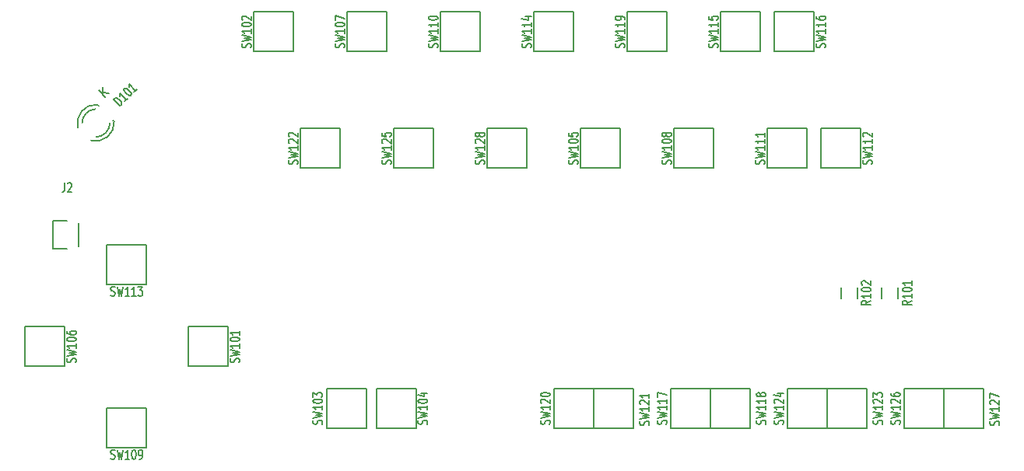
<source format=gto>
G04 #@! TF.FileFunction,Legend,Top*
%FSLAX46Y46*%
G04 Gerber Fmt 4.6, Leading zero omitted, Abs format (unit mm)*
G04 Created by KiCad (PCBNEW 4.0.1-stable) date 3/24/2016 2:28:27 AM*
%MOMM*%
G01*
G04 APERTURE LIST*
%ADD10C,0.100000*%
%ADD11C,0.150000*%
G04 APERTURE END LIST*
D10*
D11*
X191530000Y-99025000D02*
X191530000Y-97825000D01*
X193280000Y-97825000D02*
X193280000Y-99025000D01*
X110590576Y-77924147D02*
X110731997Y-78065569D01*
X112424811Y-79758382D02*
X112297532Y-79631103D01*
X109922995Y-81821287D02*
G75*
G03X112429054Y-79762625I512017J1931383D01*
G01*
X110492332Y-81434984D02*
G75*
G03X111980041Y-79948594I-57320J1545080D01*
G01*
X110562640Y-77914286D02*
G75*
G03X108518753Y-80448519I-134699J-1982689D01*
G01*
X110388792Y-78409831D02*
G75*
G03X108954331Y-79871520I46220J-1480073D01*
G01*
X195975000Y-99025000D02*
X195975000Y-97825000D01*
X197725000Y-97825000D02*
X197725000Y-99025000D01*
X127635000Y-67818000D02*
X129794000Y-67818000D01*
X127635000Y-72136000D02*
X127635000Y-67818000D01*
X131953000Y-72136000D02*
X127635000Y-72136000D01*
X131953000Y-67818000D02*
X131953000Y-72136000D01*
X129794000Y-67818000D02*
X131953000Y-67818000D01*
X139890500Y-113157000D02*
X137731500Y-113157000D01*
X139890500Y-108839000D02*
X139890500Y-113157000D01*
X135572500Y-108839000D02*
X139890500Y-108839000D01*
X135572500Y-113157000D02*
X135572500Y-108839000D01*
X137731500Y-113157000D02*
X135572500Y-113157000D01*
X145351500Y-113157000D02*
X143192500Y-113157000D01*
X145351500Y-108839000D02*
X145351500Y-113157000D01*
X141033500Y-108839000D02*
X145351500Y-108839000D01*
X141033500Y-113157000D02*
X141033500Y-108839000D01*
X143192500Y-113157000D02*
X141033500Y-113157000D01*
X163195000Y-80518000D02*
X165354000Y-80518000D01*
X163195000Y-84836000D02*
X163195000Y-80518000D01*
X167513000Y-84836000D02*
X163195000Y-84836000D01*
X167513000Y-80518000D02*
X167513000Y-84836000D01*
X165354000Y-80518000D02*
X167513000Y-80518000D01*
X137795000Y-67818000D02*
X139954000Y-67818000D01*
X137795000Y-72136000D02*
X137795000Y-67818000D01*
X142113000Y-72136000D02*
X137795000Y-72136000D01*
X142113000Y-67818000D02*
X142113000Y-72136000D01*
X139954000Y-67818000D02*
X142113000Y-67818000D01*
X173355000Y-80518000D02*
X175514000Y-80518000D01*
X173355000Y-84836000D02*
X173355000Y-80518000D01*
X177673000Y-84836000D02*
X173355000Y-84836000D01*
X177673000Y-80518000D02*
X177673000Y-84836000D01*
X175514000Y-80518000D02*
X177673000Y-80518000D01*
X147955000Y-67818000D02*
X150114000Y-67818000D01*
X147955000Y-72136000D02*
X147955000Y-67818000D01*
X152273000Y-72136000D02*
X147955000Y-72136000D01*
X152273000Y-67818000D02*
X152273000Y-72136000D01*
X150114000Y-67818000D02*
X152273000Y-67818000D01*
X183515000Y-80518000D02*
X185674000Y-80518000D01*
X183515000Y-84836000D02*
X183515000Y-80518000D01*
X187833000Y-84836000D02*
X183515000Y-84836000D01*
X187833000Y-80518000D02*
X187833000Y-84836000D01*
X185674000Y-80518000D02*
X187833000Y-80518000D01*
X189357000Y-80518000D02*
X191516000Y-80518000D01*
X189357000Y-84836000D02*
X189357000Y-80518000D01*
X193675000Y-84836000D02*
X189357000Y-84836000D01*
X193675000Y-80518000D02*
X193675000Y-84836000D01*
X191516000Y-80518000D02*
X193675000Y-80518000D01*
X158115000Y-67818000D02*
X160274000Y-67818000D01*
X158115000Y-72136000D02*
X158115000Y-67818000D01*
X162433000Y-72136000D02*
X158115000Y-72136000D01*
X162433000Y-67818000D02*
X162433000Y-72136000D01*
X160274000Y-67818000D02*
X162433000Y-67818000D01*
X178435000Y-67818000D02*
X180594000Y-67818000D01*
X178435000Y-72136000D02*
X178435000Y-67818000D01*
X182753000Y-72136000D02*
X178435000Y-72136000D01*
X182753000Y-67818000D02*
X182753000Y-72136000D01*
X180594000Y-67818000D02*
X182753000Y-67818000D01*
X184277000Y-67818000D02*
X186436000Y-67818000D01*
X184277000Y-72136000D02*
X184277000Y-67818000D01*
X188595000Y-72136000D02*
X184277000Y-72136000D01*
X188595000Y-67818000D02*
X188595000Y-72136000D01*
X186436000Y-67818000D02*
X188595000Y-67818000D01*
X177292000Y-113157000D02*
X175133000Y-113157000D01*
X177292000Y-108839000D02*
X177292000Y-113157000D01*
X172974000Y-108839000D02*
X177292000Y-108839000D01*
X172974000Y-113157000D02*
X172974000Y-108839000D01*
X175133000Y-113157000D02*
X172974000Y-113157000D01*
X181610000Y-113157000D02*
X179451000Y-113157000D01*
X181610000Y-108839000D02*
X181610000Y-113157000D01*
X177292000Y-108839000D02*
X181610000Y-108839000D01*
X177292000Y-113157000D02*
X177292000Y-108839000D01*
X179451000Y-113157000D02*
X177292000Y-113157000D01*
X168275000Y-67818000D02*
X170434000Y-67818000D01*
X168275000Y-72136000D02*
X168275000Y-67818000D01*
X172593000Y-72136000D02*
X168275000Y-72136000D01*
X172593000Y-67818000D02*
X172593000Y-72136000D01*
X170434000Y-67818000D02*
X172593000Y-67818000D01*
X164592000Y-113157000D02*
X162433000Y-113157000D01*
X164592000Y-108839000D02*
X164592000Y-113157000D01*
X160274000Y-108839000D02*
X164592000Y-108839000D01*
X160274000Y-113157000D02*
X160274000Y-108839000D01*
X162433000Y-113157000D02*
X160274000Y-113157000D01*
X168910000Y-113157000D02*
X166751000Y-113157000D01*
X168910000Y-108839000D02*
X168910000Y-113157000D01*
X164592000Y-108839000D02*
X168910000Y-108839000D01*
X164592000Y-113157000D02*
X164592000Y-108839000D01*
X166751000Y-113157000D02*
X164592000Y-113157000D01*
X132715000Y-80518000D02*
X134874000Y-80518000D01*
X132715000Y-84836000D02*
X132715000Y-80518000D01*
X137033000Y-84836000D02*
X132715000Y-84836000D01*
X137033000Y-80518000D02*
X137033000Y-84836000D01*
X134874000Y-80518000D02*
X137033000Y-80518000D01*
X189992000Y-113157000D02*
X187833000Y-113157000D01*
X189992000Y-108839000D02*
X189992000Y-113157000D01*
X185674000Y-108839000D02*
X189992000Y-108839000D01*
X185674000Y-113157000D02*
X185674000Y-108839000D01*
X187833000Y-113157000D02*
X185674000Y-113157000D01*
X194310000Y-113157000D02*
X192151000Y-113157000D01*
X194310000Y-108839000D02*
X194310000Y-113157000D01*
X189992000Y-108839000D02*
X194310000Y-108839000D01*
X189992000Y-113157000D02*
X189992000Y-108839000D01*
X192151000Y-113157000D02*
X189992000Y-113157000D01*
X142875000Y-80518000D02*
X145034000Y-80518000D01*
X142875000Y-84836000D02*
X142875000Y-80518000D01*
X147193000Y-84836000D02*
X142875000Y-84836000D01*
X147193000Y-80518000D02*
X147193000Y-84836000D01*
X145034000Y-80518000D02*
X147193000Y-80518000D01*
X202692000Y-113157000D02*
X200533000Y-113157000D01*
X202692000Y-108839000D02*
X202692000Y-113157000D01*
X198374000Y-108839000D02*
X202692000Y-108839000D01*
X198374000Y-113157000D02*
X198374000Y-108839000D01*
X200533000Y-113157000D02*
X198374000Y-113157000D01*
X207010000Y-113157000D02*
X204851000Y-113157000D01*
X207010000Y-108839000D02*
X207010000Y-113157000D01*
X202692000Y-108839000D02*
X207010000Y-108839000D01*
X202692000Y-113157000D02*
X202692000Y-108839000D01*
X204851000Y-113157000D02*
X202692000Y-113157000D01*
X153035000Y-80518000D02*
X155194000Y-80518000D01*
X153035000Y-84836000D02*
X153035000Y-80518000D01*
X157353000Y-84836000D02*
X153035000Y-84836000D01*
X157353000Y-80518000D02*
X157353000Y-84836000D01*
X155194000Y-80518000D02*
X157353000Y-80518000D01*
X111633000Y-97536000D02*
X111633000Y-95377000D01*
X115951000Y-97536000D02*
X111633000Y-97536000D01*
X115951000Y-93218000D02*
X115951000Y-97536000D01*
X111633000Y-93218000D02*
X115951000Y-93218000D01*
X111633000Y-95377000D02*
X111633000Y-93218000D01*
X111633000Y-115316000D02*
X111633000Y-113157000D01*
X115951000Y-115316000D02*
X111633000Y-115316000D01*
X115951000Y-110998000D02*
X115951000Y-115316000D01*
X111633000Y-110998000D02*
X115951000Y-110998000D01*
X111633000Y-113157000D02*
X111633000Y-110998000D01*
X107061000Y-106426000D02*
X104902000Y-106426000D01*
X107061000Y-102108000D02*
X107061000Y-106426000D01*
X102743000Y-102108000D02*
X107061000Y-102108000D01*
X102743000Y-106426000D02*
X102743000Y-102108000D01*
X104902000Y-106426000D02*
X102743000Y-106426000D01*
X124841000Y-106426000D02*
X122682000Y-106426000D01*
X124841000Y-102108000D02*
X124841000Y-106426000D01*
X120523000Y-102108000D02*
X124841000Y-102108000D01*
X120523000Y-106426000D02*
X120523000Y-102108000D01*
X122682000Y-106426000D02*
X120523000Y-106426000D01*
X108585000Y-93345000D02*
X108585000Y-90805000D01*
X105765000Y-90525000D02*
X107315000Y-90525000D01*
X105765000Y-90525000D02*
X105765000Y-93625000D01*
X105765000Y-93625000D02*
X107315000Y-93625000D01*
X194762381Y-99264286D02*
X194286190Y-99514286D01*
X194762381Y-99692858D02*
X193762381Y-99692858D01*
X193762381Y-99407143D01*
X193810000Y-99335715D01*
X193857619Y-99300000D01*
X193952857Y-99264286D01*
X194095714Y-99264286D01*
X194190952Y-99300000D01*
X194238571Y-99335715D01*
X194286190Y-99407143D01*
X194286190Y-99692858D01*
X194762381Y-98550000D02*
X194762381Y-98978572D01*
X194762381Y-98764286D02*
X193762381Y-98764286D01*
X193905238Y-98835715D01*
X194000476Y-98907143D01*
X194048095Y-98978572D01*
X193762381Y-98085714D02*
X193762381Y-98014286D01*
X193810000Y-97942857D01*
X193857619Y-97907143D01*
X193952857Y-97871429D01*
X194143333Y-97835714D01*
X194381429Y-97835714D01*
X194571905Y-97871429D01*
X194667143Y-97907143D01*
X194714762Y-97942857D01*
X194762381Y-98014286D01*
X194762381Y-98085714D01*
X194714762Y-98157143D01*
X194667143Y-98192857D01*
X194571905Y-98228572D01*
X194381429Y-98264286D01*
X194143333Y-98264286D01*
X193952857Y-98228572D01*
X193857619Y-98192857D01*
X193810000Y-98157143D01*
X193762381Y-98085714D01*
X193857619Y-97550000D02*
X193810000Y-97514286D01*
X193762381Y-97442857D01*
X193762381Y-97264286D01*
X193810000Y-97192857D01*
X193857619Y-97157143D01*
X193952857Y-97121428D01*
X194048095Y-97121428D01*
X194190952Y-97157143D01*
X194762381Y-97585714D01*
X194762381Y-97121428D01*
X113088372Y-78051393D02*
X112381265Y-77344286D01*
X112507534Y-77218016D01*
X112616968Y-77175927D01*
X112734818Y-77192763D01*
X112827416Y-77234852D01*
X112987357Y-77344285D01*
X113088372Y-77445301D01*
X113197806Y-77605242D01*
X113239895Y-77697839D01*
X113256731Y-77815690D01*
X113214641Y-77925123D01*
X113088372Y-78051393D01*
X113896494Y-77243270D02*
X113593448Y-77546316D01*
X113744971Y-77394793D02*
X113037864Y-76687686D01*
X113088372Y-76839209D01*
X113105208Y-76957060D01*
X113088372Y-77041240D01*
X113517687Y-76207863D02*
X113568195Y-76157356D01*
X113652374Y-76140520D01*
X113711300Y-76148938D01*
X113803897Y-76191028D01*
X113963838Y-76300461D01*
X114132197Y-76468820D01*
X114241630Y-76628761D01*
X114283719Y-76721358D01*
X114292138Y-76780283D01*
X114275301Y-76864463D01*
X114224794Y-76914970D01*
X114140614Y-76931806D01*
X114081689Y-76923388D01*
X113989091Y-76881299D01*
X113829151Y-76771866D01*
X113660792Y-76603507D01*
X113551358Y-76443566D01*
X113509269Y-76350968D01*
X113500851Y-76292043D01*
X113517687Y-76207863D01*
X114906647Y-76233117D02*
X114603601Y-76536163D01*
X114755124Y-76384640D02*
X114048017Y-75677533D01*
X114098525Y-75829056D01*
X114115361Y-75946907D01*
X114098525Y-76031087D01*
X111478332Y-77073700D02*
X110771225Y-76366594D01*
X111882393Y-76669639D02*
X111175286Y-76568624D01*
X111175286Y-75962532D02*
X111175286Y-76770655D01*
X199207381Y-99264286D02*
X198731190Y-99514286D01*
X199207381Y-99692858D02*
X198207381Y-99692858D01*
X198207381Y-99407143D01*
X198255000Y-99335715D01*
X198302619Y-99300000D01*
X198397857Y-99264286D01*
X198540714Y-99264286D01*
X198635952Y-99300000D01*
X198683571Y-99335715D01*
X198731190Y-99407143D01*
X198731190Y-99692858D01*
X199207381Y-98550000D02*
X199207381Y-98978572D01*
X199207381Y-98764286D02*
X198207381Y-98764286D01*
X198350238Y-98835715D01*
X198445476Y-98907143D01*
X198493095Y-98978572D01*
X198207381Y-98085714D02*
X198207381Y-98014286D01*
X198255000Y-97942857D01*
X198302619Y-97907143D01*
X198397857Y-97871429D01*
X198588333Y-97835714D01*
X198826429Y-97835714D01*
X199016905Y-97871429D01*
X199112143Y-97907143D01*
X199159762Y-97942857D01*
X199207381Y-98014286D01*
X199207381Y-98085714D01*
X199159762Y-98157143D01*
X199112143Y-98192857D01*
X199016905Y-98228572D01*
X198826429Y-98264286D01*
X198588333Y-98264286D01*
X198397857Y-98228572D01*
X198302619Y-98192857D01*
X198255000Y-98157143D01*
X198207381Y-98085714D01*
X199207381Y-97121428D02*
X199207381Y-97550000D01*
X199207381Y-97335714D02*
X198207381Y-97335714D01*
X198350238Y-97407143D01*
X198445476Y-97478571D01*
X198493095Y-97550000D01*
X127277762Y-71691286D02*
X127325381Y-71584143D01*
X127325381Y-71405572D01*
X127277762Y-71334143D01*
X127230143Y-71298429D01*
X127134905Y-71262714D01*
X127039667Y-71262714D01*
X126944429Y-71298429D01*
X126896810Y-71334143D01*
X126849190Y-71405572D01*
X126801571Y-71548429D01*
X126753952Y-71619857D01*
X126706333Y-71655572D01*
X126611095Y-71691286D01*
X126515857Y-71691286D01*
X126420619Y-71655572D01*
X126373000Y-71619857D01*
X126325381Y-71548429D01*
X126325381Y-71369857D01*
X126373000Y-71262714D01*
X126325381Y-71012714D02*
X127325381Y-70834143D01*
X126611095Y-70691286D01*
X127325381Y-70548428D01*
X126325381Y-70369857D01*
X127325381Y-69691285D02*
X127325381Y-70119857D01*
X127325381Y-69905571D02*
X126325381Y-69905571D01*
X126468238Y-69977000D01*
X126563476Y-70048428D01*
X126611095Y-70119857D01*
X126325381Y-69226999D02*
X126325381Y-69155571D01*
X126373000Y-69084142D01*
X126420619Y-69048428D01*
X126515857Y-69012714D01*
X126706333Y-68976999D01*
X126944429Y-68976999D01*
X127134905Y-69012714D01*
X127230143Y-69048428D01*
X127277762Y-69084142D01*
X127325381Y-69155571D01*
X127325381Y-69226999D01*
X127277762Y-69298428D01*
X127230143Y-69334142D01*
X127134905Y-69369857D01*
X126944429Y-69405571D01*
X126706333Y-69405571D01*
X126515857Y-69369857D01*
X126420619Y-69334142D01*
X126373000Y-69298428D01*
X126325381Y-69226999D01*
X126420619Y-68691285D02*
X126373000Y-68655571D01*
X126325381Y-68584142D01*
X126325381Y-68405571D01*
X126373000Y-68334142D01*
X126420619Y-68298428D01*
X126515857Y-68262713D01*
X126611095Y-68262713D01*
X126753952Y-68298428D01*
X127325381Y-68726999D01*
X127325381Y-68262713D01*
X135024762Y-112712286D02*
X135072381Y-112605143D01*
X135072381Y-112426572D01*
X135024762Y-112355143D01*
X134977143Y-112319429D01*
X134881905Y-112283714D01*
X134786667Y-112283714D01*
X134691429Y-112319429D01*
X134643810Y-112355143D01*
X134596190Y-112426572D01*
X134548571Y-112569429D01*
X134500952Y-112640857D01*
X134453333Y-112676572D01*
X134358095Y-112712286D01*
X134262857Y-112712286D01*
X134167619Y-112676572D01*
X134120000Y-112640857D01*
X134072381Y-112569429D01*
X134072381Y-112390857D01*
X134120000Y-112283714D01*
X134072381Y-112033714D02*
X135072381Y-111855143D01*
X134358095Y-111712286D01*
X135072381Y-111569428D01*
X134072381Y-111390857D01*
X135072381Y-110712285D02*
X135072381Y-111140857D01*
X135072381Y-110926571D02*
X134072381Y-110926571D01*
X134215238Y-110998000D01*
X134310476Y-111069428D01*
X134358095Y-111140857D01*
X134072381Y-110247999D02*
X134072381Y-110176571D01*
X134120000Y-110105142D01*
X134167619Y-110069428D01*
X134262857Y-110033714D01*
X134453333Y-109997999D01*
X134691429Y-109997999D01*
X134881905Y-110033714D01*
X134977143Y-110069428D01*
X135024762Y-110105142D01*
X135072381Y-110176571D01*
X135072381Y-110247999D01*
X135024762Y-110319428D01*
X134977143Y-110355142D01*
X134881905Y-110390857D01*
X134691429Y-110426571D01*
X134453333Y-110426571D01*
X134262857Y-110390857D01*
X134167619Y-110355142D01*
X134120000Y-110319428D01*
X134072381Y-110247999D01*
X134072381Y-109747999D02*
X134072381Y-109283713D01*
X134453333Y-109533713D01*
X134453333Y-109426571D01*
X134500952Y-109355142D01*
X134548571Y-109319428D01*
X134643810Y-109283713D01*
X134881905Y-109283713D01*
X134977143Y-109319428D01*
X135024762Y-109355142D01*
X135072381Y-109426571D01*
X135072381Y-109640856D01*
X135024762Y-109712285D01*
X134977143Y-109747999D01*
X146454762Y-112712286D02*
X146502381Y-112605143D01*
X146502381Y-112426572D01*
X146454762Y-112355143D01*
X146407143Y-112319429D01*
X146311905Y-112283714D01*
X146216667Y-112283714D01*
X146121429Y-112319429D01*
X146073810Y-112355143D01*
X146026190Y-112426572D01*
X145978571Y-112569429D01*
X145930952Y-112640857D01*
X145883333Y-112676572D01*
X145788095Y-112712286D01*
X145692857Y-112712286D01*
X145597619Y-112676572D01*
X145550000Y-112640857D01*
X145502381Y-112569429D01*
X145502381Y-112390857D01*
X145550000Y-112283714D01*
X145502381Y-112033714D02*
X146502381Y-111855143D01*
X145788095Y-111712286D01*
X146502381Y-111569428D01*
X145502381Y-111390857D01*
X146502381Y-110712285D02*
X146502381Y-111140857D01*
X146502381Y-110926571D02*
X145502381Y-110926571D01*
X145645238Y-110998000D01*
X145740476Y-111069428D01*
X145788095Y-111140857D01*
X145502381Y-110247999D02*
X145502381Y-110176571D01*
X145550000Y-110105142D01*
X145597619Y-110069428D01*
X145692857Y-110033714D01*
X145883333Y-109997999D01*
X146121429Y-109997999D01*
X146311905Y-110033714D01*
X146407143Y-110069428D01*
X146454762Y-110105142D01*
X146502381Y-110176571D01*
X146502381Y-110247999D01*
X146454762Y-110319428D01*
X146407143Y-110355142D01*
X146311905Y-110390857D01*
X146121429Y-110426571D01*
X145883333Y-110426571D01*
X145692857Y-110390857D01*
X145597619Y-110355142D01*
X145550000Y-110319428D01*
X145502381Y-110247999D01*
X145835714Y-109355142D02*
X146502381Y-109355142D01*
X145454762Y-109533713D02*
X146169048Y-109712285D01*
X146169048Y-109247999D01*
X162837762Y-84391286D02*
X162885381Y-84284143D01*
X162885381Y-84105572D01*
X162837762Y-84034143D01*
X162790143Y-83998429D01*
X162694905Y-83962714D01*
X162599667Y-83962714D01*
X162504429Y-83998429D01*
X162456810Y-84034143D01*
X162409190Y-84105572D01*
X162361571Y-84248429D01*
X162313952Y-84319857D01*
X162266333Y-84355572D01*
X162171095Y-84391286D01*
X162075857Y-84391286D01*
X161980619Y-84355572D01*
X161933000Y-84319857D01*
X161885381Y-84248429D01*
X161885381Y-84069857D01*
X161933000Y-83962714D01*
X161885381Y-83712714D02*
X162885381Y-83534143D01*
X162171095Y-83391286D01*
X162885381Y-83248428D01*
X161885381Y-83069857D01*
X162885381Y-82391285D02*
X162885381Y-82819857D01*
X162885381Y-82605571D02*
X161885381Y-82605571D01*
X162028238Y-82677000D01*
X162123476Y-82748428D01*
X162171095Y-82819857D01*
X161885381Y-81926999D02*
X161885381Y-81855571D01*
X161933000Y-81784142D01*
X161980619Y-81748428D01*
X162075857Y-81712714D01*
X162266333Y-81676999D01*
X162504429Y-81676999D01*
X162694905Y-81712714D01*
X162790143Y-81748428D01*
X162837762Y-81784142D01*
X162885381Y-81855571D01*
X162885381Y-81926999D01*
X162837762Y-81998428D01*
X162790143Y-82034142D01*
X162694905Y-82069857D01*
X162504429Y-82105571D01*
X162266333Y-82105571D01*
X162075857Y-82069857D01*
X161980619Y-82034142D01*
X161933000Y-81998428D01*
X161885381Y-81926999D01*
X161885381Y-80998428D02*
X161885381Y-81355571D01*
X162361571Y-81391285D01*
X162313952Y-81355571D01*
X162266333Y-81284142D01*
X162266333Y-81105571D01*
X162313952Y-81034142D01*
X162361571Y-80998428D01*
X162456810Y-80962713D01*
X162694905Y-80962713D01*
X162790143Y-80998428D01*
X162837762Y-81034142D01*
X162885381Y-81105571D01*
X162885381Y-81284142D01*
X162837762Y-81355571D01*
X162790143Y-81391285D01*
X137437762Y-71691286D02*
X137485381Y-71584143D01*
X137485381Y-71405572D01*
X137437762Y-71334143D01*
X137390143Y-71298429D01*
X137294905Y-71262714D01*
X137199667Y-71262714D01*
X137104429Y-71298429D01*
X137056810Y-71334143D01*
X137009190Y-71405572D01*
X136961571Y-71548429D01*
X136913952Y-71619857D01*
X136866333Y-71655572D01*
X136771095Y-71691286D01*
X136675857Y-71691286D01*
X136580619Y-71655572D01*
X136533000Y-71619857D01*
X136485381Y-71548429D01*
X136485381Y-71369857D01*
X136533000Y-71262714D01*
X136485381Y-71012714D02*
X137485381Y-70834143D01*
X136771095Y-70691286D01*
X137485381Y-70548428D01*
X136485381Y-70369857D01*
X137485381Y-69691285D02*
X137485381Y-70119857D01*
X137485381Y-69905571D02*
X136485381Y-69905571D01*
X136628238Y-69977000D01*
X136723476Y-70048428D01*
X136771095Y-70119857D01*
X136485381Y-69226999D02*
X136485381Y-69155571D01*
X136533000Y-69084142D01*
X136580619Y-69048428D01*
X136675857Y-69012714D01*
X136866333Y-68976999D01*
X137104429Y-68976999D01*
X137294905Y-69012714D01*
X137390143Y-69048428D01*
X137437762Y-69084142D01*
X137485381Y-69155571D01*
X137485381Y-69226999D01*
X137437762Y-69298428D01*
X137390143Y-69334142D01*
X137294905Y-69369857D01*
X137104429Y-69405571D01*
X136866333Y-69405571D01*
X136675857Y-69369857D01*
X136580619Y-69334142D01*
X136533000Y-69298428D01*
X136485381Y-69226999D01*
X136485381Y-68726999D02*
X136485381Y-68226999D01*
X137485381Y-68548428D01*
X172997762Y-84391286D02*
X173045381Y-84284143D01*
X173045381Y-84105572D01*
X172997762Y-84034143D01*
X172950143Y-83998429D01*
X172854905Y-83962714D01*
X172759667Y-83962714D01*
X172664429Y-83998429D01*
X172616810Y-84034143D01*
X172569190Y-84105572D01*
X172521571Y-84248429D01*
X172473952Y-84319857D01*
X172426333Y-84355572D01*
X172331095Y-84391286D01*
X172235857Y-84391286D01*
X172140619Y-84355572D01*
X172093000Y-84319857D01*
X172045381Y-84248429D01*
X172045381Y-84069857D01*
X172093000Y-83962714D01*
X172045381Y-83712714D02*
X173045381Y-83534143D01*
X172331095Y-83391286D01*
X173045381Y-83248428D01*
X172045381Y-83069857D01*
X173045381Y-82391285D02*
X173045381Y-82819857D01*
X173045381Y-82605571D02*
X172045381Y-82605571D01*
X172188238Y-82677000D01*
X172283476Y-82748428D01*
X172331095Y-82819857D01*
X172045381Y-81926999D02*
X172045381Y-81855571D01*
X172093000Y-81784142D01*
X172140619Y-81748428D01*
X172235857Y-81712714D01*
X172426333Y-81676999D01*
X172664429Y-81676999D01*
X172854905Y-81712714D01*
X172950143Y-81748428D01*
X172997762Y-81784142D01*
X173045381Y-81855571D01*
X173045381Y-81926999D01*
X172997762Y-81998428D01*
X172950143Y-82034142D01*
X172854905Y-82069857D01*
X172664429Y-82105571D01*
X172426333Y-82105571D01*
X172235857Y-82069857D01*
X172140619Y-82034142D01*
X172093000Y-81998428D01*
X172045381Y-81926999D01*
X172473952Y-81248428D02*
X172426333Y-81319856D01*
X172378714Y-81355571D01*
X172283476Y-81391285D01*
X172235857Y-81391285D01*
X172140619Y-81355571D01*
X172093000Y-81319856D01*
X172045381Y-81248428D01*
X172045381Y-81105571D01*
X172093000Y-81034142D01*
X172140619Y-80998428D01*
X172235857Y-80962713D01*
X172283476Y-80962713D01*
X172378714Y-80998428D01*
X172426333Y-81034142D01*
X172473952Y-81105571D01*
X172473952Y-81248428D01*
X172521571Y-81319856D01*
X172569190Y-81355571D01*
X172664429Y-81391285D01*
X172854905Y-81391285D01*
X172950143Y-81355571D01*
X172997762Y-81319856D01*
X173045381Y-81248428D01*
X173045381Y-81105571D01*
X172997762Y-81034142D01*
X172950143Y-80998428D01*
X172854905Y-80962713D01*
X172664429Y-80962713D01*
X172569190Y-80998428D01*
X172521571Y-81034142D01*
X172473952Y-81105571D01*
X147597762Y-71691286D02*
X147645381Y-71584143D01*
X147645381Y-71405572D01*
X147597762Y-71334143D01*
X147550143Y-71298429D01*
X147454905Y-71262714D01*
X147359667Y-71262714D01*
X147264429Y-71298429D01*
X147216810Y-71334143D01*
X147169190Y-71405572D01*
X147121571Y-71548429D01*
X147073952Y-71619857D01*
X147026333Y-71655572D01*
X146931095Y-71691286D01*
X146835857Y-71691286D01*
X146740619Y-71655572D01*
X146693000Y-71619857D01*
X146645381Y-71548429D01*
X146645381Y-71369857D01*
X146693000Y-71262714D01*
X146645381Y-71012714D02*
X147645381Y-70834143D01*
X146931095Y-70691286D01*
X147645381Y-70548428D01*
X146645381Y-70369857D01*
X147645381Y-69691285D02*
X147645381Y-70119857D01*
X147645381Y-69905571D02*
X146645381Y-69905571D01*
X146788238Y-69977000D01*
X146883476Y-70048428D01*
X146931095Y-70119857D01*
X147645381Y-68976999D02*
X147645381Y-69405571D01*
X147645381Y-69191285D02*
X146645381Y-69191285D01*
X146788238Y-69262714D01*
X146883476Y-69334142D01*
X146931095Y-69405571D01*
X146645381Y-68512713D02*
X146645381Y-68441285D01*
X146693000Y-68369856D01*
X146740619Y-68334142D01*
X146835857Y-68298428D01*
X147026333Y-68262713D01*
X147264429Y-68262713D01*
X147454905Y-68298428D01*
X147550143Y-68334142D01*
X147597762Y-68369856D01*
X147645381Y-68441285D01*
X147645381Y-68512713D01*
X147597762Y-68584142D01*
X147550143Y-68619856D01*
X147454905Y-68655571D01*
X147264429Y-68691285D01*
X147026333Y-68691285D01*
X146835857Y-68655571D01*
X146740619Y-68619856D01*
X146693000Y-68584142D01*
X146645381Y-68512713D01*
X183157762Y-84391286D02*
X183205381Y-84284143D01*
X183205381Y-84105572D01*
X183157762Y-84034143D01*
X183110143Y-83998429D01*
X183014905Y-83962714D01*
X182919667Y-83962714D01*
X182824429Y-83998429D01*
X182776810Y-84034143D01*
X182729190Y-84105572D01*
X182681571Y-84248429D01*
X182633952Y-84319857D01*
X182586333Y-84355572D01*
X182491095Y-84391286D01*
X182395857Y-84391286D01*
X182300619Y-84355572D01*
X182253000Y-84319857D01*
X182205381Y-84248429D01*
X182205381Y-84069857D01*
X182253000Y-83962714D01*
X182205381Y-83712714D02*
X183205381Y-83534143D01*
X182491095Y-83391286D01*
X183205381Y-83248428D01*
X182205381Y-83069857D01*
X183205381Y-82391285D02*
X183205381Y-82819857D01*
X183205381Y-82605571D02*
X182205381Y-82605571D01*
X182348238Y-82677000D01*
X182443476Y-82748428D01*
X182491095Y-82819857D01*
X183205381Y-81676999D02*
X183205381Y-82105571D01*
X183205381Y-81891285D02*
X182205381Y-81891285D01*
X182348238Y-81962714D01*
X182443476Y-82034142D01*
X182491095Y-82105571D01*
X183205381Y-80962713D02*
X183205381Y-81391285D01*
X183205381Y-81176999D02*
X182205381Y-81176999D01*
X182348238Y-81248428D01*
X182443476Y-81319856D01*
X182491095Y-81391285D01*
X194841762Y-84391286D02*
X194889381Y-84284143D01*
X194889381Y-84105572D01*
X194841762Y-84034143D01*
X194794143Y-83998429D01*
X194698905Y-83962714D01*
X194603667Y-83962714D01*
X194508429Y-83998429D01*
X194460810Y-84034143D01*
X194413190Y-84105572D01*
X194365571Y-84248429D01*
X194317952Y-84319857D01*
X194270333Y-84355572D01*
X194175095Y-84391286D01*
X194079857Y-84391286D01*
X193984619Y-84355572D01*
X193937000Y-84319857D01*
X193889381Y-84248429D01*
X193889381Y-84069857D01*
X193937000Y-83962714D01*
X193889381Y-83712714D02*
X194889381Y-83534143D01*
X194175095Y-83391286D01*
X194889381Y-83248428D01*
X193889381Y-83069857D01*
X194889381Y-82391285D02*
X194889381Y-82819857D01*
X194889381Y-82605571D02*
X193889381Y-82605571D01*
X194032238Y-82677000D01*
X194127476Y-82748428D01*
X194175095Y-82819857D01*
X194889381Y-81676999D02*
X194889381Y-82105571D01*
X194889381Y-81891285D02*
X193889381Y-81891285D01*
X194032238Y-81962714D01*
X194127476Y-82034142D01*
X194175095Y-82105571D01*
X193984619Y-81391285D02*
X193937000Y-81355571D01*
X193889381Y-81284142D01*
X193889381Y-81105571D01*
X193937000Y-81034142D01*
X193984619Y-80998428D01*
X194079857Y-80962713D01*
X194175095Y-80962713D01*
X194317952Y-80998428D01*
X194889381Y-81426999D01*
X194889381Y-80962713D01*
X157757762Y-71691286D02*
X157805381Y-71584143D01*
X157805381Y-71405572D01*
X157757762Y-71334143D01*
X157710143Y-71298429D01*
X157614905Y-71262714D01*
X157519667Y-71262714D01*
X157424429Y-71298429D01*
X157376810Y-71334143D01*
X157329190Y-71405572D01*
X157281571Y-71548429D01*
X157233952Y-71619857D01*
X157186333Y-71655572D01*
X157091095Y-71691286D01*
X156995857Y-71691286D01*
X156900619Y-71655572D01*
X156853000Y-71619857D01*
X156805381Y-71548429D01*
X156805381Y-71369857D01*
X156853000Y-71262714D01*
X156805381Y-71012714D02*
X157805381Y-70834143D01*
X157091095Y-70691286D01*
X157805381Y-70548428D01*
X156805381Y-70369857D01*
X157805381Y-69691285D02*
X157805381Y-70119857D01*
X157805381Y-69905571D02*
X156805381Y-69905571D01*
X156948238Y-69977000D01*
X157043476Y-70048428D01*
X157091095Y-70119857D01*
X157805381Y-68976999D02*
X157805381Y-69405571D01*
X157805381Y-69191285D02*
X156805381Y-69191285D01*
X156948238Y-69262714D01*
X157043476Y-69334142D01*
X157091095Y-69405571D01*
X157138714Y-68334142D02*
X157805381Y-68334142D01*
X156757762Y-68512713D02*
X157472048Y-68691285D01*
X157472048Y-68226999D01*
X178077762Y-71691286D02*
X178125381Y-71584143D01*
X178125381Y-71405572D01*
X178077762Y-71334143D01*
X178030143Y-71298429D01*
X177934905Y-71262714D01*
X177839667Y-71262714D01*
X177744429Y-71298429D01*
X177696810Y-71334143D01*
X177649190Y-71405572D01*
X177601571Y-71548429D01*
X177553952Y-71619857D01*
X177506333Y-71655572D01*
X177411095Y-71691286D01*
X177315857Y-71691286D01*
X177220619Y-71655572D01*
X177173000Y-71619857D01*
X177125381Y-71548429D01*
X177125381Y-71369857D01*
X177173000Y-71262714D01*
X177125381Y-71012714D02*
X178125381Y-70834143D01*
X177411095Y-70691286D01*
X178125381Y-70548428D01*
X177125381Y-70369857D01*
X178125381Y-69691285D02*
X178125381Y-70119857D01*
X178125381Y-69905571D02*
X177125381Y-69905571D01*
X177268238Y-69977000D01*
X177363476Y-70048428D01*
X177411095Y-70119857D01*
X178125381Y-68976999D02*
X178125381Y-69405571D01*
X178125381Y-69191285D02*
X177125381Y-69191285D01*
X177268238Y-69262714D01*
X177363476Y-69334142D01*
X177411095Y-69405571D01*
X177125381Y-68298428D02*
X177125381Y-68655571D01*
X177601571Y-68691285D01*
X177553952Y-68655571D01*
X177506333Y-68584142D01*
X177506333Y-68405571D01*
X177553952Y-68334142D01*
X177601571Y-68298428D01*
X177696810Y-68262713D01*
X177934905Y-68262713D01*
X178030143Y-68298428D01*
X178077762Y-68334142D01*
X178125381Y-68405571D01*
X178125381Y-68584142D01*
X178077762Y-68655571D01*
X178030143Y-68691285D01*
X189761762Y-71691286D02*
X189809381Y-71584143D01*
X189809381Y-71405572D01*
X189761762Y-71334143D01*
X189714143Y-71298429D01*
X189618905Y-71262714D01*
X189523667Y-71262714D01*
X189428429Y-71298429D01*
X189380810Y-71334143D01*
X189333190Y-71405572D01*
X189285571Y-71548429D01*
X189237952Y-71619857D01*
X189190333Y-71655572D01*
X189095095Y-71691286D01*
X188999857Y-71691286D01*
X188904619Y-71655572D01*
X188857000Y-71619857D01*
X188809381Y-71548429D01*
X188809381Y-71369857D01*
X188857000Y-71262714D01*
X188809381Y-71012714D02*
X189809381Y-70834143D01*
X189095095Y-70691286D01*
X189809381Y-70548428D01*
X188809381Y-70369857D01*
X189809381Y-69691285D02*
X189809381Y-70119857D01*
X189809381Y-69905571D02*
X188809381Y-69905571D01*
X188952238Y-69977000D01*
X189047476Y-70048428D01*
X189095095Y-70119857D01*
X189809381Y-68976999D02*
X189809381Y-69405571D01*
X189809381Y-69191285D02*
X188809381Y-69191285D01*
X188952238Y-69262714D01*
X189047476Y-69334142D01*
X189095095Y-69405571D01*
X188809381Y-68334142D02*
X188809381Y-68476999D01*
X188857000Y-68548428D01*
X188904619Y-68584142D01*
X189047476Y-68655571D01*
X189237952Y-68691285D01*
X189618905Y-68691285D01*
X189714143Y-68655571D01*
X189761762Y-68619856D01*
X189809381Y-68548428D01*
X189809381Y-68405571D01*
X189761762Y-68334142D01*
X189714143Y-68298428D01*
X189618905Y-68262713D01*
X189380810Y-68262713D01*
X189285571Y-68298428D01*
X189237952Y-68334142D01*
X189190333Y-68405571D01*
X189190333Y-68548428D01*
X189237952Y-68619856D01*
X189285571Y-68655571D01*
X189380810Y-68691285D01*
X172489762Y-112712286D02*
X172537381Y-112605143D01*
X172537381Y-112426572D01*
X172489762Y-112355143D01*
X172442143Y-112319429D01*
X172346905Y-112283714D01*
X172251667Y-112283714D01*
X172156429Y-112319429D01*
X172108810Y-112355143D01*
X172061190Y-112426572D01*
X172013571Y-112569429D01*
X171965952Y-112640857D01*
X171918333Y-112676572D01*
X171823095Y-112712286D01*
X171727857Y-112712286D01*
X171632619Y-112676572D01*
X171585000Y-112640857D01*
X171537381Y-112569429D01*
X171537381Y-112390857D01*
X171585000Y-112283714D01*
X171537381Y-112033714D02*
X172537381Y-111855143D01*
X171823095Y-111712286D01*
X172537381Y-111569428D01*
X171537381Y-111390857D01*
X172537381Y-110712285D02*
X172537381Y-111140857D01*
X172537381Y-110926571D02*
X171537381Y-110926571D01*
X171680238Y-110998000D01*
X171775476Y-111069428D01*
X171823095Y-111140857D01*
X172537381Y-109997999D02*
X172537381Y-110426571D01*
X172537381Y-110212285D02*
X171537381Y-110212285D01*
X171680238Y-110283714D01*
X171775476Y-110355142D01*
X171823095Y-110426571D01*
X171537381Y-109747999D02*
X171537381Y-109247999D01*
X172537381Y-109569428D01*
X183284762Y-112712286D02*
X183332381Y-112605143D01*
X183332381Y-112426572D01*
X183284762Y-112355143D01*
X183237143Y-112319429D01*
X183141905Y-112283714D01*
X183046667Y-112283714D01*
X182951429Y-112319429D01*
X182903810Y-112355143D01*
X182856190Y-112426572D01*
X182808571Y-112569429D01*
X182760952Y-112640857D01*
X182713333Y-112676572D01*
X182618095Y-112712286D01*
X182522857Y-112712286D01*
X182427619Y-112676572D01*
X182380000Y-112640857D01*
X182332381Y-112569429D01*
X182332381Y-112390857D01*
X182380000Y-112283714D01*
X182332381Y-112033714D02*
X183332381Y-111855143D01*
X182618095Y-111712286D01*
X183332381Y-111569428D01*
X182332381Y-111390857D01*
X183332381Y-110712285D02*
X183332381Y-111140857D01*
X183332381Y-110926571D02*
X182332381Y-110926571D01*
X182475238Y-110998000D01*
X182570476Y-111069428D01*
X182618095Y-111140857D01*
X183332381Y-109997999D02*
X183332381Y-110426571D01*
X183332381Y-110212285D02*
X182332381Y-110212285D01*
X182475238Y-110283714D01*
X182570476Y-110355142D01*
X182618095Y-110426571D01*
X182760952Y-109569428D02*
X182713333Y-109640856D01*
X182665714Y-109676571D01*
X182570476Y-109712285D01*
X182522857Y-109712285D01*
X182427619Y-109676571D01*
X182380000Y-109640856D01*
X182332381Y-109569428D01*
X182332381Y-109426571D01*
X182380000Y-109355142D01*
X182427619Y-109319428D01*
X182522857Y-109283713D01*
X182570476Y-109283713D01*
X182665714Y-109319428D01*
X182713333Y-109355142D01*
X182760952Y-109426571D01*
X182760952Y-109569428D01*
X182808571Y-109640856D01*
X182856190Y-109676571D01*
X182951429Y-109712285D01*
X183141905Y-109712285D01*
X183237143Y-109676571D01*
X183284762Y-109640856D01*
X183332381Y-109569428D01*
X183332381Y-109426571D01*
X183284762Y-109355142D01*
X183237143Y-109319428D01*
X183141905Y-109283713D01*
X182951429Y-109283713D01*
X182856190Y-109319428D01*
X182808571Y-109355142D01*
X182760952Y-109426571D01*
X167917762Y-71691286D02*
X167965381Y-71584143D01*
X167965381Y-71405572D01*
X167917762Y-71334143D01*
X167870143Y-71298429D01*
X167774905Y-71262714D01*
X167679667Y-71262714D01*
X167584429Y-71298429D01*
X167536810Y-71334143D01*
X167489190Y-71405572D01*
X167441571Y-71548429D01*
X167393952Y-71619857D01*
X167346333Y-71655572D01*
X167251095Y-71691286D01*
X167155857Y-71691286D01*
X167060619Y-71655572D01*
X167013000Y-71619857D01*
X166965381Y-71548429D01*
X166965381Y-71369857D01*
X167013000Y-71262714D01*
X166965381Y-71012714D02*
X167965381Y-70834143D01*
X167251095Y-70691286D01*
X167965381Y-70548428D01*
X166965381Y-70369857D01*
X167965381Y-69691285D02*
X167965381Y-70119857D01*
X167965381Y-69905571D02*
X166965381Y-69905571D01*
X167108238Y-69977000D01*
X167203476Y-70048428D01*
X167251095Y-70119857D01*
X167965381Y-68976999D02*
X167965381Y-69405571D01*
X167965381Y-69191285D02*
X166965381Y-69191285D01*
X167108238Y-69262714D01*
X167203476Y-69334142D01*
X167251095Y-69405571D01*
X167965381Y-68619856D02*
X167965381Y-68476999D01*
X167917762Y-68405571D01*
X167870143Y-68369856D01*
X167727286Y-68298428D01*
X167536810Y-68262713D01*
X167155857Y-68262713D01*
X167060619Y-68298428D01*
X167013000Y-68334142D01*
X166965381Y-68405571D01*
X166965381Y-68548428D01*
X167013000Y-68619856D01*
X167060619Y-68655571D01*
X167155857Y-68691285D01*
X167393952Y-68691285D01*
X167489190Y-68655571D01*
X167536810Y-68619856D01*
X167584429Y-68548428D01*
X167584429Y-68405571D01*
X167536810Y-68334142D01*
X167489190Y-68298428D01*
X167393952Y-68262713D01*
X159789762Y-112712286D02*
X159837381Y-112605143D01*
X159837381Y-112426572D01*
X159789762Y-112355143D01*
X159742143Y-112319429D01*
X159646905Y-112283714D01*
X159551667Y-112283714D01*
X159456429Y-112319429D01*
X159408810Y-112355143D01*
X159361190Y-112426572D01*
X159313571Y-112569429D01*
X159265952Y-112640857D01*
X159218333Y-112676572D01*
X159123095Y-112712286D01*
X159027857Y-112712286D01*
X158932619Y-112676572D01*
X158885000Y-112640857D01*
X158837381Y-112569429D01*
X158837381Y-112390857D01*
X158885000Y-112283714D01*
X158837381Y-112033714D02*
X159837381Y-111855143D01*
X159123095Y-111712286D01*
X159837381Y-111569428D01*
X158837381Y-111390857D01*
X159837381Y-110712285D02*
X159837381Y-111140857D01*
X159837381Y-110926571D02*
X158837381Y-110926571D01*
X158980238Y-110998000D01*
X159075476Y-111069428D01*
X159123095Y-111140857D01*
X158932619Y-110426571D02*
X158885000Y-110390857D01*
X158837381Y-110319428D01*
X158837381Y-110140857D01*
X158885000Y-110069428D01*
X158932619Y-110033714D01*
X159027857Y-109997999D01*
X159123095Y-109997999D01*
X159265952Y-110033714D01*
X159837381Y-110462285D01*
X159837381Y-109997999D01*
X158837381Y-109533713D02*
X158837381Y-109462285D01*
X158885000Y-109390856D01*
X158932619Y-109355142D01*
X159027857Y-109319428D01*
X159218333Y-109283713D01*
X159456429Y-109283713D01*
X159646905Y-109319428D01*
X159742143Y-109355142D01*
X159789762Y-109390856D01*
X159837381Y-109462285D01*
X159837381Y-109533713D01*
X159789762Y-109605142D01*
X159742143Y-109640856D01*
X159646905Y-109676571D01*
X159456429Y-109712285D01*
X159218333Y-109712285D01*
X159027857Y-109676571D01*
X158932619Y-109640856D01*
X158885000Y-109605142D01*
X158837381Y-109533713D01*
X170584762Y-112839286D02*
X170632381Y-112732143D01*
X170632381Y-112553572D01*
X170584762Y-112482143D01*
X170537143Y-112446429D01*
X170441905Y-112410714D01*
X170346667Y-112410714D01*
X170251429Y-112446429D01*
X170203810Y-112482143D01*
X170156190Y-112553572D01*
X170108571Y-112696429D01*
X170060952Y-112767857D01*
X170013333Y-112803572D01*
X169918095Y-112839286D01*
X169822857Y-112839286D01*
X169727619Y-112803572D01*
X169680000Y-112767857D01*
X169632381Y-112696429D01*
X169632381Y-112517857D01*
X169680000Y-112410714D01*
X169632381Y-112160714D02*
X170632381Y-111982143D01*
X169918095Y-111839286D01*
X170632381Y-111696428D01*
X169632381Y-111517857D01*
X170632381Y-110839285D02*
X170632381Y-111267857D01*
X170632381Y-111053571D02*
X169632381Y-111053571D01*
X169775238Y-111125000D01*
X169870476Y-111196428D01*
X169918095Y-111267857D01*
X169727619Y-110553571D02*
X169680000Y-110517857D01*
X169632381Y-110446428D01*
X169632381Y-110267857D01*
X169680000Y-110196428D01*
X169727619Y-110160714D01*
X169822857Y-110124999D01*
X169918095Y-110124999D01*
X170060952Y-110160714D01*
X170632381Y-110589285D01*
X170632381Y-110124999D01*
X170632381Y-109410713D02*
X170632381Y-109839285D01*
X170632381Y-109624999D02*
X169632381Y-109624999D01*
X169775238Y-109696428D01*
X169870476Y-109767856D01*
X169918095Y-109839285D01*
X132357762Y-84391286D02*
X132405381Y-84284143D01*
X132405381Y-84105572D01*
X132357762Y-84034143D01*
X132310143Y-83998429D01*
X132214905Y-83962714D01*
X132119667Y-83962714D01*
X132024429Y-83998429D01*
X131976810Y-84034143D01*
X131929190Y-84105572D01*
X131881571Y-84248429D01*
X131833952Y-84319857D01*
X131786333Y-84355572D01*
X131691095Y-84391286D01*
X131595857Y-84391286D01*
X131500619Y-84355572D01*
X131453000Y-84319857D01*
X131405381Y-84248429D01*
X131405381Y-84069857D01*
X131453000Y-83962714D01*
X131405381Y-83712714D02*
X132405381Y-83534143D01*
X131691095Y-83391286D01*
X132405381Y-83248428D01*
X131405381Y-83069857D01*
X132405381Y-82391285D02*
X132405381Y-82819857D01*
X132405381Y-82605571D02*
X131405381Y-82605571D01*
X131548238Y-82677000D01*
X131643476Y-82748428D01*
X131691095Y-82819857D01*
X131500619Y-82105571D02*
X131453000Y-82069857D01*
X131405381Y-81998428D01*
X131405381Y-81819857D01*
X131453000Y-81748428D01*
X131500619Y-81712714D01*
X131595857Y-81676999D01*
X131691095Y-81676999D01*
X131833952Y-81712714D01*
X132405381Y-82141285D01*
X132405381Y-81676999D01*
X131500619Y-81391285D02*
X131453000Y-81355571D01*
X131405381Y-81284142D01*
X131405381Y-81105571D01*
X131453000Y-81034142D01*
X131500619Y-80998428D01*
X131595857Y-80962713D01*
X131691095Y-80962713D01*
X131833952Y-80998428D01*
X132405381Y-81426999D01*
X132405381Y-80962713D01*
X195984762Y-112712286D02*
X196032381Y-112605143D01*
X196032381Y-112426572D01*
X195984762Y-112355143D01*
X195937143Y-112319429D01*
X195841905Y-112283714D01*
X195746667Y-112283714D01*
X195651429Y-112319429D01*
X195603810Y-112355143D01*
X195556190Y-112426572D01*
X195508571Y-112569429D01*
X195460952Y-112640857D01*
X195413333Y-112676572D01*
X195318095Y-112712286D01*
X195222857Y-112712286D01*
X195127619Y-112676572D01*
X195080000Y-112640857D01*
X195032381Y-112569429D01*
X195032381Y-112390857D01*
X195080000Y-112283714D01*
X195032381Y-112033714D02*
X196032381Y-111855143D01*
X195318095Y-111712286D01*
X196032381Y-111569428D01*
X195032381Y-111390857D01*
X196032381Y-110712285D02*
X196032381Y-111140857D01*
X196032381Y-110926571D02*
X195032381Y-110926571D01*
X195175238Y-110998000D01*
X195270476Y-111069428D01*
X195318095Y-111140857D01*
X195127619Y-110426571D02*
X195080000Y-110390857D01*
X195032381Y-110319428D01*
X195032381Y-110140857D01*
X195080000Y-110069428D01*
X195127619Y-110033714D01*
X195222857Y-109997999D01*
X195318095Y-109997999D01*
X195460952Y-110033714D01*
X196032381Y-110462285D01*
X196032381Y-109997999D01*
X195032381Y-109747999D02*
X195032381Y-109283713D01*
X195413333Y-109533713D01*
X195413333Y-109426571D01*
X195460952Y-109355142D01*
X195508571Y-109319428D01*
X195603810Y-109283713D01*
X195841905Y-109283713D01*
X195937143Y-109319428D01*
X195984762Y-109355142D01*
X196032381Y-109426571D01*
X196032381Y-109640856D01*
X195984762Y-109712285D01*
X195937143Y-109747999D01*
X185189762Y-112712286D02*
X185237381Y-112605143D01*
X185237381Y-112426572D01*
X185189762Y-112355143D01*
X185142143Y-112319429D01*
X185046905Y-112283714D01*
X184951667Y-112283714D01*
X184856429Y-112319429D01*
X184808810Y-112355143D01*
X184761190Y-112426572D01*
X184713571Y-112569429D01*
X184665952Y-112640857D01*
X184618333Y-112676572D01*
X184523095Y-112712286D01*
X184427857Y-112712286D01*
X184332619Y-112676572D01*
X184285000Y-112640857D01*
X184237381Y-112569429D01*
X184237381Y-112390857D01*
X184285000Y-112283714D01*
X184237381Y-112033714D02*
X185237381Y-111855143D01*
X184523095Y-111712286D01*
X185237381Y-111569428D01*
X184237381Y-111390857D01*
X185237381Y-110712285D02*
X185237381Y-111140857D01*
X185237381Y-110926571D02*
X184237381Y-110926571D01*
X184380238Y-110998000D01*
X184475476Y-111069428D01*
X184523095Y-111140857D01*
X184332619Y-110426571D02*
X184285000Y-110390857D01*
X184237381Y-110319428D01*
X184237381Y-110140857D01*
X184285000Y-110069428D01*
X184332619Y-110033714D01*
X184427857Y-109997999D01*
X184523095Y-109997999D01*
X184665952Y-110033714D01*
X185237381Y-110462285D01*
X185237381Y-109997999D01*
X184570714Y-109355142D02*
X185237381Y-109355142D01*
X184189762Y-109533713D02*
X184904048Y-109712285D01*
X184904048Y-109247999D01*
X142517762Y-84391286D02*
X142565381Y-84284143D01*
X142565381Y-84105572D01*
X142517762Y-84034143D01*
X142470143Y-83998429D01*
X142374905Y-83962714D01*
X142279667Y-83962714D01*
X142184429Y-83998429D01*
X142136810Y-84034143D01*
X142089190Y-84105572D01*
X142041571Y-84248429D01*
X141993952Y-84319857D01*
X141946333Y-84355572D01*
X141851095Y-84391286D01*
X141755857Y-84391286D01*
X141660619Y-84355572D01*
X141613000Y-84319857D01*
X141565381Y-84248429D01*
X141565381Y-84069857D01*
X141613000Y-83962714D01*
X141565381Y-83712714D02*
X142565381Y-83534143D01*
X141851095Y-83391286D01*
X142565381Y-83248428D01*
X141565381Y-83069857D01*
X142565381Y-82391285D02*
X142565381Y-82819857D01*
X142565381Y-82605571D02*
X141565381Y-82605571D01*
X141708238Y-82677000D01*
X141803476Y-82748428D01*
X141851095Y-82819857D01*
X141660619Y-82105571D02*
X141613000Y-82069857D01*
X141565381Y-81998428D01*
X141565381Y-81819857D01*
X141613000Y-81748428D01*
X141660619Y-81712714D01*
X141755857Y-81676999D01*
X141851095Y-81676999D01*
X141993952Y-81712714D01*
X142565381Y-82141285D01*
X142565381Y-81676999D01*
X141565381Y-80998428D02*
X141565381Y-81355571D01*
X142041571Y-81391285D01*
X141993952Y-81355571D01*
X141946333Y-81284142D01*
X141946333Y-81105571D01*
X141993952Y-81034142D01*
X142041571Y-80998428D01*
X142136810Y-80962713D01*
X142374905Y-80962713D01*
X142470143Y-80998428D01*
X142517762Y-81034142D01*
X142565381Y-81105571D01*
X142565381Y-81284142D01*
X142517762Y-81355571D01*
X142470143Y-81391285D01*
X197889762Y-112712286D02*
X197937381Y-112605143D01*
X197937381Y-112426572D01*
X197889762Y-112355143D01*
X197842143Y-112319429D01*
X197746905Y-112283714D01*
X197651667Y-112283714D01*
X197556429Y-112319429D01*
X197508810Y-112355143D01*
X197461190Y-112426572D01*
X197413571Y-112569429D01*
X197365952Y-112640857D01*
X197318333Y-112676572D01*
X197223095Y-112712286D01*
X197127857Y-112712286D01*
X197032619Y-112676572D01*
X196985000Y-112640857D01*
X196937381Y-112569429D01*
X196937381Y-112390857D01*
X196985000Y-112283714D01*
X196937381Y-112033714D02*
X197937381Y-111855143D01*
X197223095Y-111712286D01*
X197937381Y-111569428D01*
X196937381Y-111390857D01*
X197937381Y-110712285D02*
X197937381Y-111140857D01*
X197937381Y-110926571D02*
X196937381Y-110926571D01*
X197080238Y-110998000D01*
X197175476Y-111069428D01*
X197223095Y-111140857D01*
X197032619Y-110426571D02*
X196985000Y-110390857D01*
X196937381Y-110319428D01*
X196937381Y-110140857D01*
X196985000Y-110069428D01*
X197032619Y-110033714D01*
X197127857Y-109997999D01*
X197223095Y-109997999D01*
X197365952Y-110033714D01*
X197937381Y-110462285D01*
X197937381Y-109997999D01*
X196937381Y-109355142D02*
X196937381Y-109497999D01*
X196985000Y-109569428D01*
X197032619Y-109605142D01*
X197175476Y-109676571D01*
X197365952Y-109712285D01*
X197746905Y-109712285D01*
X197842143Y-109676571D01*
X197889762Y-109640856D01*
X197937381Y-109569428D01*
X197937381Y-109426571D01*
X197889762Y-109355142D01*
X197842143Y-109319428D01*
X197746905Y-109283713D01*
X197508810Y-109283713D01*
X197413571Y-109319428D01*
X197365952Y-109355142D01*
X197318333Y-109426571D01*
X197318333Y-109569428D01*
X197365952Y-109640856D01*
X197413571Y-109676571D01*
X197508810Y-109712285D01*
X208684762Y-112839286D02*
X208732381Y-112732143D01*
X208732381Y-112553572D01*
X208684762Y-112482143D01*
X208637143Y-112446429D01*
X208541905Y-112410714D01*
X208446667Y-112410714D01*
X208351429Y-112446429D01*
X208303810Y-112482143D01*
X208256190Y-112553572D01*
X208208571Y-112696429D01*
X208160952Y-112767857D01*
X208113333Y-112803572D01*
X208018095Y-112839286D01*
X207922857Y-112839286D01*
X207827619Y-112803572D01*
X207780000Y-112767857D01*
X207732381Y-112696429D01*
X207732381Y-112517857D01*
X207780000Y-112410714D01*
X207732381Y-112160714D02*
X208732381Y-111982143D01*
X208018095Y-111839286D01*
X208732381Y-111696428D01*
X207732381Y-111517857D01*
X208732381Y-110839285D02*
X208732381Y-111267857D01*
X208732381Y-111053571D02*
X207732381Y-111053571D01*
X207875238Y-111125000D01*
X207970476Y-111196428D01*
X208018095Y-111267857D01*
X207827619Y-110553571D02*
X207780000Y-110517857D01*
X207732381Y-110446428D01*
X207732381Y-110267857D01*
X207780000Y-110196428D01*
X207827619Y-110160714D01*
X207922857Y-110124999D01*
X208018095Y-110124999D01*
X208160952Y-110160714D01*
X208732381Y-110589285D01*
X208732381Y-110124999D01*
X207732381Y-109874999D02*
X207732381Y-109374999D01*
X208732381Y-109696428D01*
X152677762Y-84391286D02*
X152725381Y-84284143D01*
X152725381Y-84105572D01*
X152677762Y-84034143D01*
X152630143Y-83998429D01*
X152534905Y-83962714D01*
X152439667Y-83962714D01*
X152344429Y-83998429D01*
X152296810Y-84034143D01*
X152249190Y-84105572D01*
X152201571Y-84248429D01*
X152153952Y-84319857D01*
X152106333Y-84355572D01*
X152011095Y-84391286D01*
X151915857Y-84391286D01*
X151820619Y-84355572D01*
X151773000Y-84319857D01*
X151725381Y-84248429D01*
X151725381Y-84069857D01*
X151773000Y-83962714D01*
X151725381Y-83712714D02*
X152725381Y-83534143D01*
X152011095Y-83391286D01*
X152725381Y-83248428D01*
X151725381Y-83069857D01*
X152725381Y-82391285D02*
X152725381Y-82819857D01*
X152725381Y-82605571D02*
X151725381Y-82605571D01*
X151868238Y-82677000D01*
X151963476Y-82748428D01*
X152011095Y-82819857D01*
X151820619Y-82105571D02*
X151773000Y-82069857D01*
X151725381Y-81998428D01*
X151725381Y-81819857D01*
X151773000Y-81748428D01*
X151820619Y-81712714D01*
X151915857Y-81676999D01*
X152011095Y-81676999D01*
X152153952Y-81712714D01*
X152725381Y-82141285D01*
X152725381Y-81676999D01*
X152153952Y-81248428D02*
X152106333Y-81319856D01*
X152058714Y-81355571D01*
X151963476Y-81391285D01*
X151915857Y-81391285D01*
X151820619Y-81355571D01*
X151773000Y-81319856D01*
X151725381Y-81248428D01*
X151725381Y-81105571D01*
X151773000Y-81034142D01*
X151820619Y-80998428D01*
X151915857Y-80962713D01*
X151963476Y-80962713D01*
X152058714Y-80998428D01*
X152106333Y-81034142D01*
X152153952Y-81105571D01*
X152153952Y-81248428D01*
X152201571Y-81319856D01*
X152249190Y-81355571D01*
X152344429Y-81391285D01*
X152534905Y-81391285D01*
X152630143Y-81355571D01*
X152677762Y-81319856D01*
X152725381Y-81248428D01*
X152725381Y-81105571D01*
X152677762Y-81034142D01*
X152630143Y-80998428D01*
X152534905Y-80962713D01*
X152344429Y-80962713D01*
X152249190Y-80998428D01*
X152201571Y-81034142D01*
X152153952Y-81105571D01*
X112077714Y-98702762D02*
X112184857Y-98750381D01*
X112363428Y-98750381D01*
X112434857Y-98702762D01*
X112470571Y-98655143D01*
X112506286Y-98559905D01*
X112506286Y-98464667D01*
X112470571Y-98369429D01*
X112434857Y-98321810D01*
X112363428Y-98274190D01*
X112220571Y-98226571D01*
X112149143Y-98178952D01*
X112113428Y-98131333D01*
X112077714Y-98036095D01*
X112077714Y-97940857D01*
X112113428Y-97845619D01*
X112149143Y-97798000D01*
X112220571Y-97750381D01*
X112399143Y-97750381D01*
X112506286Y-97798000D01*
X112756286Y-97750381D02*
X112934857Y-98750381D01*
X113077714Y-98036095D01*
X113220572Y-98750381D01*
X113399143Y-97750381D01*
X114077715Y-98750381D02*
X113649143Y-98750381D01*
X113863429Y-98750381D02*
X113863429Y-97750381D01*
X113792000Y-97893238D01*
X113720572Y-97988476D01*
X113649143Y-98036095D01*
X114792001Y-98750381D02*
X114363429Y-98750381D01*
X114577715Y-98750381D02*
X114577715Y-97750381D01*
X114506286Y-97893238D01*
X114434858Y-97988476D01*
X114363429Y-98036095D01*
X115042001Y-97750381D02*
X115506287Y-97750381D01*
X115256287Y-98131333D01*
X115363429Y-98131333D01*
X115434858Y-98178952D01*
X115470572Y-98226571D01*
X115506287Y-98321810D01*
X115506287Y-98559905D01*
X115470572Y-98655143D01*
X115434858Y-98702762D01*
X115363429Y-98750381D01*
X115149144Y-98750381D01*
X115077715Y-98702762D01*
X115042001Y-98655143D01*
X112077714Y-116482762D02*
X112184857Y-116530381D01*
X112363428Y-116530381D01*
X112434857Y-116482762D01*
X112470571Y-116435143D01*
X112506286Y-116339905D01*
X112506286Y-116244667D01*
X112470571Y-116149429D01*
X112434857Y-116101810D01*
X112363428Y-116054190D01*
X112220571Y-116006571D01*
X112149143Y-115958952D01*
X112113428Y-115911333D01*
X112077714Y-115816095D01*
X112077714Y-115720857D01*
X112113428Y-115625619D01*
X112149143Y-115578000D01*
X112220571Y-115530381D01*
X112399143Y-115530381D01*
X112506286Y-115578000D01*
X112756286Y-115530381D02*
X112934857Y-116530381D01*
X113077714Y-115816095D01*
X113220572Y-116530381D01*
X113399143Y-115530381D01*
X114077715Y-116530381D02*
X113649143Y-116530381D01*
X113863429Y-116530381D02*
X113863429Y-115530381D01*
X113792000Y-115673238D01*
X113720572Y-115768476D01*
X113649143Y-115816095D01*
X114542001Y-115530381D02*
X114613429Y-115530381D01*
X114684858Y-115578000D01*
X114720572Y-115625619D01*
X114756286Y-115720857D01*
X114792001Y-115911333D01*
X114792001Y-116149429D01*
X114756286Y-116339905D01*
X114720572Y-116435143D01*
X114684858Y-116482762D01*
X114613429Y-116530381D01*
X114542001Y-116530381D01*
X114470572Y-116482762D01*
X114434858Y-116435143D01*
X114399143Y-116339905D01*
X114363429Y-116149429D01*
X114363429Y-115911333D01*
X114399143Y-115720857D01*
X114434858Y-115625619D01*
X114470572Y-115578000D01*
X114542001Y-115530381D01*
X115149144Y-116530381D02*
X115292001Y-116530381D01*
X115363429Y-116482762D01*
X115399144Y-116435143D01*
X115470572Y-116292286D01*
X115506287Y-116101810D01*
X115506287Y-115720857D01*
X115470572Y-115625619D01*
X115434858Y-115578000D01*
X115363429Y-115530381D01*
X115220572Y-115530381D01*
X115149144Y-115578000D01*
X115113429Y-115625619D01*
X115077715Y-115720857D01*
X115077715Y-115958952D01*
X115113429Y-116054190D01*
X115149144Y-116101810D01*
X115220572Y-116149429D01*
X115363429Y-116149429D01*
X115434858Y-116101810D01*
X115470572Y-116054190D01*
X115506287Y-115958952D01*
X108227762Y-105981286D02*
X108275381Y-105874143D01*
X108275381Y-105695572D01*
X108227762Y-105624143D01*
X108180143Y-105588429D01*
X108084905Y-105552714D01*
X107989667Y-105552714D01*
X107894429Y-105588429D01*
X107846810Y-105624143D01*
X107799190Y-105695572D01*
X107751571Y-105838429D01*
X107703952Y-105909857D01*
X107656333Y-105945572D01*
X107561095Y-105981286D01*
X107465857Y-105981286D01*
X107370619Y-105945572D01*
X107323000Y-105909857D01*
X107275381Y-105838429D01*
X107275381Y-105659857D01*
X107323000Y-105552714D01*
X107275381Y-105302714D02*
X108275381Y-105124143D01*
X107561095Y-104981286D01*
X108275381Y-104838428D01*
X107275381Y-104659857D01*
X108275381Y-103981285D02*
X108275381Y-104409857D01*
X108275381Y-104195571D02*
X107275381Y-104195571D01*
X107418238Y-104267000D01*
X107513476Y-104338428D01*
X107561095Y-104409857D01*
X107275381Y-103516999D02*
X107275381Y-103445571D01*
X107323000Y-103374142D01*
X107370619Y-103338428D01*
X107465857Y-103302714D01*
X107656333Y-103266999D01*
X107894429Y-103266999D01*
X108084905Y-103302714D01*
X108180143Y-103338428D01*
X108227762Y-103374142D01*
X108275381Y-103445571D01*
X108275381Y-103516999D01*
X108227762Y-103588428D01*
X108180143Y-103624142D01*
X108084905Y-103659857D01*
X107894429Y-103695571D01*
X107656333Y-103695571D01*
X107465857Y-103659857D01*
X107370619Y-103624142D01*
X107323000Y-103588428D01*
X107275381Y-103516999D01*
X107275381Y-102624142D02*
X107275381Y-102766999D01*
X107323000Y-102838428D01*
X107370619Y-102874142D01*
X107513476Y-102945571D01*
X107703952Y-102981285D01*
X108084905Y-102981285D01*
X108180143Y-102945571D01*
X108227762Y-102909856D01*
X108275381Y-102838428D01*
X108275381Y-102695571D01*
X108227762Y-102624142D01*
X108180143Y-102588428D01*
X108084905Y-102552713D01*
X107846810Y-102552713D01*
X107751571Y-102588428D01*
X107703952Y-102624142D01*
X107656333Y-102695571D01*
X107656333Y-102838428D01*
X107703952Y-102909856D01*
X107751571Y-102945571D01*
X107846810Y-102981285D01*
X126007762Y-105981286D02*
X126055381Y-105874143D01*
X126055381Y-105695572D01*
X126007762Y-105624143D01*
X125960143Y-105588429D01*
X125864905Y-105552714D01*
X125769667Y-105552714D01*
X125674429Y-105588429D01*
X125626810Y-105624143D01*
X125579190Y-105695572D01*
X125531571Y-105838429D01*
X125483952Y-105909857D01*
X125436333Y-105945572D01*
X125341095Y-105981286D01*
X125245857Y-105981286D01*
X125150619Y-105945572D01*
X125103000Y-105909857D01*
X125055381Y-105838429D01*
X125055381Y-105659857D01*
X125103000Y-105552714D01*
X125055381Y-105302714D02*
X126055381Y-105124143D01*
X125341095Y-104981286D01*
X126055381Y-104838428D01*
X125055381Y-104659857D01*
X126055381Y-103981285D02*
X126055381Y-104409857D01*
X126055381Y-104195571D02*
X125055381Y-104195571D01*
X125198238Y-104267000D01*
X125293476Y-104338428D01*
X125341095Y-104409857D01*
X125055381Y-103516999D02*
X125055381Y-103445571D01*
X125103000Y-103374142D01*
X125150619Y-103338428D01*
X125245857Y-103302714D01*
X125436333Y-103266999D01*
X125674429Y-103266999D01*
X125864905Y-103302714D01*
X125960143Y-103338428D01*
X126007762Y-103374142D01*
X126055381Y-103445571D01*
X126055381Y-103516999D01*
X126007762Y-103588428D01*
X125960143Y-103624142D01*
X125864905Y-103659857D01*
X125674429Y-103695571D01*
X125436333Y-103695571D01*
X125245857Y-103659857D01*
X125150619Y-103624142D01*
X125103000Y-103588428D01*
X125055381Y-103516999D01*
X126055381Y-102552713D02*
X126055381Y-102981285D01*
X126055381Y-102766999D02*
X125055381Y-102766999D01*
X125198238Y-102838428D01*
X125293476Y-102909856D01*
X125341095Y-102981285D01*
X107065000Y-86427381D02*
X107065000Y-87141667D01*
X107029286Y-87284524D01*
X106957857Y-87379762D01*
X106850714Y-87427381D01*
X106779286Y-87427381D01*
X107386429Y-86522619D02*
X107422143Y-86475000D01*
X107493572Y-86427381D01*
X107672143Y-86427381D01*
X107743572Y-86475000D01*
X107779286Y-86522619D01*
X107815001Y-86617857D01*
X107815001Y-86713095D01*
X107779286Y-86855952D01*
X107350715Y-87427381D01*
X107815001Y-87427381D01*
M02*

</source>
